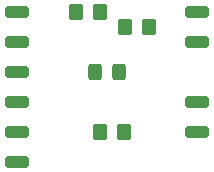
<source format=gbr>
%TF.GenerationSoftware,KiCad,Pcbnew,(7.0.0)*%
%TF.CreationDate,2023-08-28T09:58:10+02:00*%
%TF.ProjectId,PSP GO JIG_0805_Nano,50535020-474f-4204-9a49-475f30383035,rev?*%
%TF.SameCoordinates,Original*%
%TF.FileFunction,Soldermask,Top*%
%TF.FilePolarity,Negative*%
%FSLAX46Y46*%
G04 Gerber Fmt 4.6, Leading zero omitted, Abs format (unit mm)*
G04 Created by KiCad (PCBNEW (7.0.0)) date 2023-08-28 09:58:10*
%MOMM*%
%LPD*%
G01*
G04 APERTURE LIST*
G04 Aperture macros list*
%AMRoundRect*
0 Rectangle with rounded corners*
0 $1 Rounding radius*
0 $2 $3 $4 $5 $6 $7 $8 $9 X,Y pos of 4 corners*
0 Add a 4 corners polygon primitive as box body*
4,1,4,$2,$3,$4,$5,$6,$7,$8,$9,$2,$3,0*
0 Add four circle primitives for the rounded corners*
1,1,$1+$1,$2,$3*
1,1,$1+$1,$4,$5*
1,1,$1+$1,$6,$7*
1,1,$1+$1,$8,$9*
0 Add four rect primitives between the rounded corners*
20,1,$1+$1,$2,$3,$4,$5,0*
20,1,$1+$1,$4,$5,$6,$7,0*
20,1,$1+$1,$6,$7,$8,$9,0*
20,1,$1+$1,$8,$9,$2,$3,0*%
G04 Aperture macros list end*
%ADD10RoundRect,0.250000X-0.350000X-0.450000X0.350000X-0.450000X0.350000X0.450000X-0.350000X0.450000X0*%
%ADD11RoundRect,0.250000X-0.750000X0.250000X-0.750000X-0.250000X0.750000X-0.250000X0.750000X0.250000X0*%
%ADD12RoundRect,0.250000X0.325000X0.450000X-0.325000X0.450000X-0.325000X-0.450000X0.325000X-0.450000X0*%
G04 APERTURE END LIST*
D10*
%TO.C,R3*%
X68000000Y-43180000D03*
X70000000Y-43180000D03*
%TD*%
D11*
%TO.C,REF\u002A\u002A*%
X60960000Y-45720000D03*
%TD*%
%TO.C,REF\u002A\u002A*%
X60960000Y-38100000D03*
%TD*%
%TO.C,REF\u002A\u002A*%
X60960000Y-43180000D03*
%TD*%
%TO.C,REF\u002A\u002A*%
X76200000Y-43180000D03*
%TD*%
%TO.C,REF\u002A\u002A*%
X76200000Y-35560000D03*
%TD*%
%TO.C,REF\u002A\u002A*%
X60960000Y-33020000D03*
%TD*%
%TO.C,REF\u002A\u002A*%
X76200000Y-33020000D03*
%TD*%
D10*
%TO.C,R2*%
X70120000Y-34300000D03*
X72120000Y-34300000D03*
%TD*%
%TO.C,R1*%
X66000000Y-33020000D03*
X68000000Y-33020000D03*
%TD*%
D12*
%TO.C,1n4148*%
X69605000Y-38100000D03*
X67555000Y-38100000D03*
%TD*%
D11*
%TO.C,REF\u002A\u002A*%
X60960000Y-35560000D03*
%TD*%
%TO.C,REF\u002A\u002A*%
X76200000Y-40640000D03*
%TD*%
%TO.C,REF\u002A\u002A*%
X60960000Y-40640000D03*
%TD*%
M02*

</source>
